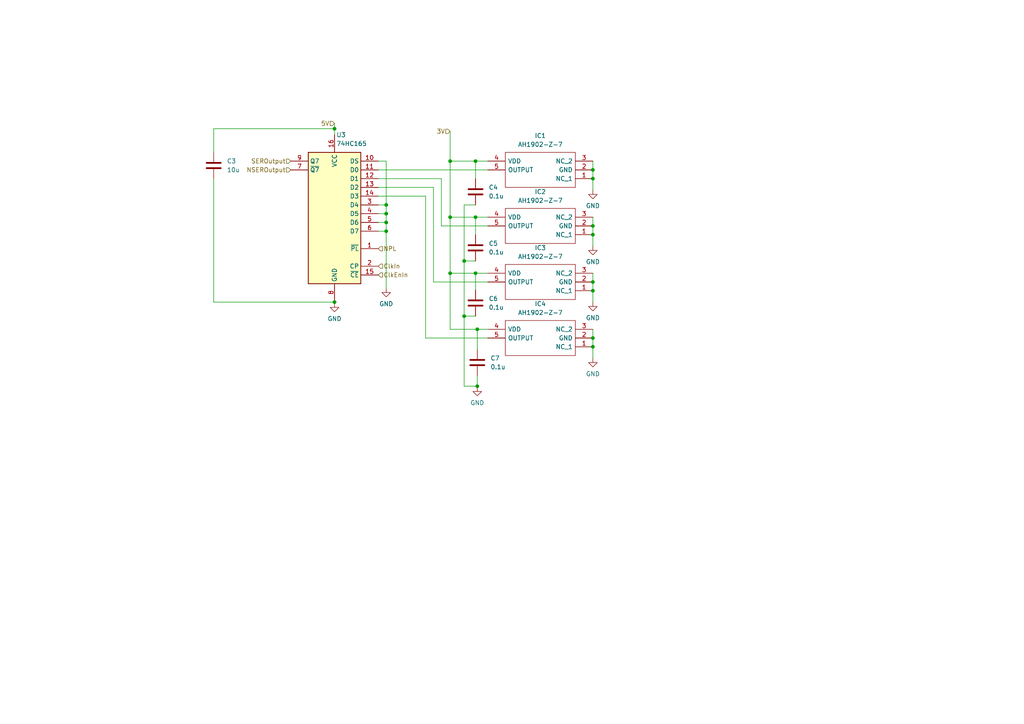
<source format=kicad_sch>
(kicad_sch (version 20211123) (generator eeschema)
  (paper "A4")
  (title_block (title "Rowdy Test Board") (date "2022-06-26") (company "Rowdy Chess") (comment 1 "Authors: Daniel Jones, David Newton, Mishay Naidoo"))
  (lib_symbols
    (symbol "74xx:74HC165"
      (property "Reference" "U" (at -7.62 19.05 0))
      (property "Value" "74HC165" (at -7.62 -21.59 0))
      (symbol "74HC165_1_0"
        (pin input line (at -12.7 -10.16 0) (length 5.08) (name "~{PL}") (number "1"))
        (pin input line (at -12.7 15.24 0) (length 5.08) (name "DS") (number "10"))
        (pin input line (at -12.7 12.7 0) (length 5.08) (name "D0") (number "11"))
        (pin input line (at -12.7 10.16 0) (length 5.08) (name "D1") (number "12"))
        (pin input line (at -12.7 7.62 0) (length 5.08) (name "D2") (number "13"))
        (pin input line (at -12.7 5.08 0) (length 5.08) (name "D3") (number "14"))
        (pin input line (at -12.7 -17.78 0) (length 5.08) (name "~{CE}") (number "15"))
        (pin power_in line (at 0 22.86 270) (length 5.08) (name "VCC") (number "16"))
        (pin input line (at -12.7 -15.24 0) (length 5.08) (name "CP") (number "2"))
        (pin input line (at -12.7 2.54 0) (length 5.08) (name "D4") (number "3"))
        (pin input line (at -12.7 0 0) (length 5.08) (name "D5") (number "4"))
        (pin input line (at -12.7 -2.54 0) (length 5.08) (name "D6") (number "5"))
        (pin input line (at -12.7 -5.08 0) (length 5.08) (name "D7") (number "6"))
        (pin output line (at 12.7 12.7 180) (length 5.08) (name "~{Q7}") (number "7"))
        (pin power_in line (at 0 -25.4 90) (length 5.08) (name "GND") (number "8"))
        (pin output line (at 12.7 15.24 180) (length 5.08) (name "Q7") (number "9"))
      )
      (symbol "74HC165_1_1"
        (rectangle (start -7.62 17.78) (end 7.62 -20.32) (stroke (width 0.254)) (fill (type background)))
      )
    )
    (symbol "AH1902-Z-7:AH1902-Z-7" (pin_names (offset 0.762))
      (property "Reference" "IC" (at 26.67 7.62 0))
      (property "Value" "AH1902-Z-7" (at 26.67 5.08 0))
      (symbol "AH1902-Z-7_0_0"
        (pin passive line (at 30.48 -5.08 180) (length 5.08) (name "NC_1") (number "1"))
        (pin passive line (at 30.48 -2.54 180) (length 5.08) (name "GND") (number "2"))
        (pin passive line (at 30.48 0 180) (length 5.08) (name "NC_2") (number "3"))
        (pin passive line (at 0 0 0) (length 5.08) (name "VDD") (number "4"))
        (pin passive line (at 0 -2.54 0) (length 5.08) (name "OUTPUT") (number "5"))
      )
      (symbol "AH1902-Z-7_0_1"
        (polyline (pts (xy 5.08 2.54) (xy 25.4 2.54) (xy 25.4 -7.62) (xy 5.08 -7.62) (xy 5.08 2.54)) (stroke (width 0.1524)))
      )
    )
    (symbol "Device:C" (pin_numbers hide) (pin_names (offset 0.254))
      (property "Reference" "C" (at 0.635 2.54 0))
      (property "Value" "C" (at 0.635 -2.54 0))
      (symbol "C_0_1"
        (polyline (pts (xy -2.032 -0.762) (xy 2.032 -0.762)) (stroke (width 0.508)))
        (polyline (pts (xy -2.032 0.762) (xy 2.032 0.762)) (stroke (width 0.508)))
      )
      (symbol "C_1_1"
        (pin passive line (at 0 3.81 270) (length 2.794) (name "~") (number "1"))
        (pin passive line (at 0 -3.81 90) (length 2.794) (name "~") (number "2"))
      )
    )
    (symbol "power:GND" (power) (pin_names (offset 0))
      (property "Value" "GND" (at 0 -3.81 0))
      (symbol "GND_0_1"
        (polyline (pts (xy 0 0) (xy 0 -1.27) (xy 1.27 -1.27) (xy 0 -2.54) (xy -1.27 -1.27) (xy 0 -1.27)))
      )
      (symbol "GND_1_1"
        (pin power_in line (at 0 0 270) (length 0) hide (name "GND") (number "1"))
      )
    )
  )
  (junction (at 134.62 75.692))
  (junction (at 112.014 59.436))
  (junction (at 112.014 67.056))
  (junction (at 97.028 37.338))
  (junction (at 171.958 98.044))
  (junction (at 171.958 65.532))
  (junction (at 130.556 62.992))
  (junction (at 112.014 64.516))
  (junction (at 171.958 51.816))
  (junction (at 171.958 100.584))
  (junction (at 171.958 84.328))
  (junction (at 171.958 81.788))
  (junction (at 138.43 112.014))
  (junction (at 112.014 61.976))
  (junction (at 171.958 68.072))
  (junction (at 171.958 49.276))
  (junction (at 97.028 87.63))
  (junction (at 138.43 95.504))
  (junction (at 130.556 79.248))
  (junction (at 137.922 62.992))
  (junction (at 134.62 91.694))
  (junction (at 137.922 46.736))
  (junction (at 130.556 46.736))
  (junction (at 137.922 79.248))
  (wire (pts (xy 109.728 54.356) (xy 125.73 54.356)))
  (wire (pts (xy 109.728 49.276) (xy 141.478 49.276)))
  (wire (pts (xy 134.62 75.692) (xy 137.922 75.692)))
  (wire (pts (xy 109.728 56.896) (xy 123.444 56.896)))
  (wire (pts (xy 171.958 49.276) (xy 171.958 51.816)))
  (wire (pts (xy 137.922 62.992) (xy 141.478 62.992)))
  (wire (pts (xy 109.728 46.736) (xy 112.014 46.736)))
  (wire (pts (xy 134.62 112.014) (xy 138.43 112.014)))
  (wire (pts (xy 137.922 79.248) (xy 141.478 79.248)))
  (wire (pts (xy 128.016 65.532) (xy 141.478 65.532)))
  (wire (pts (xy 130.556 79.248) (xy 130.556 95.504)))
  (wire (pts (xy 138.43 112.014) (xy 138.43 112.268)))
  (wire (pts (xy 112.014 61.976) (xy 112.014 64.516)))
  (wire (pts (xy 171.958 95.504) (xy 171.958 98.044)))
  (wire (pts (xy 109.728 59.436) (xy 112.014 59.436)))
  (wire (pts (xy 171.958 84.328) (xy 171.958 87.63)))
  (wire (pts (xy 171.958 51.816) (xy 171.958 55.118)))
  (wire (pts (xy 61.976 37.338) (xy 61.976 44.196)))
  (wire (pts (xy 112.014 46.736) (xy 112.014 59.436)))
  (wire (pts (xy 97.028 35.814) (xy 97.028 37.338)))
  (wire (pts (xy 109.728 51.816) (xy 128.016 51.816)))
  (wire (pts (xy 134.62 59.436) (xy 134.62 75.692)))
  (wire (pts (xy 137.922 79.248) (xy 137.922 84.074)))
  (wire (pts (xy 134.62 75.692) (xy 134.62 91.694)))
  (wire (pts (xy 97.028 87.63) (xy 97.028 87.884)))
  (wire (pts (xy 171.958 68.072) (xy 171.958 71.374)))
  (wire (pts (xy 109.728 64.516) (xy 112.014 64.516)))
  (wire (pts (xy 125.73 81.788) (xy 141.478 81.788)))
  (wire (pts (xy 130.556 62.992) (xy 137.922 62.992)))
  (wire (pts (xy 123.444 56.896) (xy 123.444 98.044)))
  (wire (pts (xy 171.958 79.248) (xy 171.958 81.788)))
  (wire (pts (xy 97.028 37.338) (xy 97.028 39.116)))
  (wire (pts (xy 171.958 100.584) (xy 171.958 103.886)))
  (wire (pts (xy 128.016 51.816) (xy 128.016 65.532)))
  (wire (pts (xy 138.43 108.966) (xy 138.43 112.014)))
  (wire (pts (xy 109.728 67.056) (xy 112.014 67.056)))
  (wire (pts (xy 171.958 81.788) (xy 171.958 84.328)))
  (wire (pts (xy 123.444 98.044) (xy 141.478 98.044)))
  (wire (pts (xy 130.556 38.1) (xy 130.556 46.736)))
  (wire (pts (xy 171.958 62.992) (xy 171.958 65.532)))
  (wire (pts (xy 138.43 95.504) (xy 141.478 95.504)))
  (wire (pts (xy 137.922 46.736) (xy 137.922 51.816)))
  (wire (pts (xy 97.028 87.376) (xy 97.028 87.63)))
  (wire (pts (xy 137.922 59.436) (xy 134.62 59.436)))
  (wire (pts (xy 171.958 98.044) (xy 171.958 100.584)))
  (wire (pts (xy 112.014 59.436) (xy 112.014 61.976)))
  (wire (pts (xy 171.958 65.532) (xy 171.958 68.072)))
  (wire (pts (xy 112.014 64.516) (xy 112.014 67.056)))
  (wire (pts (xy 134.62 91.694) (xy 137.922 91.694)))
  (wire (pts (xy 137.922 62.992) (xy 137.922 68.072)))
  (wire (pts (xy 134.62 91.694) (xy 134.62 112.014)))
  (wire (pts (xy 130.556 46.736) (xy 137.922 46.736)))
  (wire (pts (xy 130.556 62.992) (xy 130.556 79.248)))
  (wire (pts (xy 130.556 95.504) (xy 138.43 95.504)))
  (wire (pts (xy 171.958 46.736) (xy 171.958 49.276)))
  (wire (pts (xy 125.73 54.356) (xy 125.73 81.788)))
  (wire (pts (xy 138.43 95.504) (xy 138.43 101.346)))
  (wire (pts (xy 137.922 46.736) (xy 141.478 46.736)))
  (wire (pts (xy 130.556 79.248) (xy 137.922 79.248)))
  (wire (pts (xy 109.728 61.976) (xy 112.014 61.976)))
  (wire (pts (xy 112.014 67.056) (xy 112.014 83.566)))
  (wire (pts (xy 97.028 37.338) (xy 61.976 37.338)))
  (wire (pts (xy 61.976 87.63) (xy 97.028 87.63)))
  (wire (pts (xy 130.556 46.736) (xy 130.556 62.992)))
  (wire (pts (xy 61.976 51.816) (xy 61.976 87.63)))
  (hierarchical_label "NSEROutput" (shape input) (at 84.328 49.276 180))
  (hierarchical_label "SEROutput" (shape input) (at 84.328 46.736 180))
  (hierarchical_label "3V" (shape input) (at 130.556 38.1 180))
  (hierarchical_label "NPL" (shape input) (at 109.728 72.136 0))
  (hierarchical_label "5V" (shape input) (at 97.028 35.814 180))
  (hierarchical_label "ClkEnIn" (shape input) (at 109.728 79.756 0))
  (hierarchical_label "ClkIn" (shape input) (at 109.728 77.216 0))
  (symbol (lib_id "Device:C") (at 138.43 105.156 0) (unit 1)
    (property "Reference" "C7" (at 142.24 103.8859 0) (effects (justify left)))
    (property "Value" "0.1u" (at 142.24 106.4259 0) (effects (justify left)))
    (property "Footprint" "Capacitor_SMD:C_0402_1005Metric" (effects hide))
    (property "Datasheet" "https://datasheet.lcsc.com/lcsc/1810191219_Samsung-Electro-Mechanics-CL05B104KO5NNNC_C1525.pdf" (effects hide))
    (property "JLC Part Number" "C1525" (effects hide))
  )
  (symbol (lib_id "power:GND") (at 112.014 83.566 0) (unit 1)
    (property "Reference" "#PWR015" (effects hide))
    (property "Value" "GND" (at 112.014 88.138 0))
  )
  (symbol (lib_id "74xx:74HC165") (at 97.028 61.976 0) (mirror y) (unit 1)
    (property "Reference" "U3" (at 97.5486 39.116 0) (effects (justify right)))
    (property "Value" "74HC165" (at 97.5486 41.656 0) (effects (justify right)))
    (property "Footprint" "74HC165:SO-16" (effects hide))
    (property "Datasheet" "https://datasheet.lcsc.com/lcsc/1811021715_Nexperia-74HC165D-653_C5613.pdf" (effects hide))
    (property "JLC Part Number" "C5613" (effects hide))
  )
  (symbol (lib_id "AH1902-Z-7:AH1902-Z-7") (at 141.478 62.992 0) (unit 1)
    (property "Reference" "IC2" (at 156.718 55.626 0))
    (property "Value" "AH1902-Z-7" (at 156.718 58.166 0))
    (property "Footprint" "HallSensor:AH1902Z7" (effects hide))
    (property "Datasheet" "https://componentsearchengine.com/Datasheets/1/AH1902-Z-7.pdf" (effects hide))
    (property "Description" "Board Mount Hall Effect / Magnetic Sensors Omni Hall-Effect 1.6V to 3.6V 4.3uA" (effects hide))
    (property "Height" "0.62" (effects hide))
    (property "Manufacturer_Name" "Diodes Inc." (effects hide))
    (property "Manufacturer_Part_Number" "AH1902-Z-7" (effects hide))
    (property "Mouser Part Number" "621-AH1902-Z-7" (effects hide))
    (property "Mouser Price/Stock" "https://www.mouser.com/Search/Refine.aspx?Keyword=621-AH1902-Z-7" (effects hide))
    (property "JLC Part Number" "C239188" (effects hide))
  )
  (symbol (lib_id "Device:C") (at 137.922 55.626 0) (unit 1)
    (property "Reference" "C4" (at 141.732 54.3559 0) (effects (justify left)))
    (property "Value" "0.1u" (at 141.732 56.8959 0) (effects (justify left)))
    (property "Footprint" "Capacitor_SMD:C_0402_1005Metric" (effects hide))
    (property "Datasheet" "https://datasheet.lcsc.com/lcsc/1810191219_Samsung-Electro-Mechanics-CL05B104KO5NNNC_C1525.pdf" (effects hide))
    (property "JLC Part Number" "C1525" (effects hide))
  )
  (symbol (lib_id "power:GND") (at 97.028 87.884 0) (unit 1)
    (property "Reference" "#PWR014" (effects hide))
    (property "Value" "GND" (at 97.028 92.456 0))
  )
  (symbol (lib_id "Device:C") (at 137.922 87.884 0) (unit 1)
    (property "Reference" "C6" (at 141.732 86.6139 0) (effects (justify left)))
    (property "Value" "0.1u" (at 141.732 89.1539 0) (effects (justify left)))
    (property "Footprint" "Capacitor_SMD:C_0402_1005Metric" (effects hide))
    (property "Datasheet" "https://datasheet.lcsc.com/lcsc/1810191219_Samsung-Electro-Mechanics-CL05B104KO5NNNC_C1525.pdf" (effects hide))
    (property "JLC Part Number" "C1525" (effects hide))
  )
  (symbol (lib_id "AH1902-Z-7:AH1902-Z-7") (at 141.478 95.504 0) (unit 1)
    (property "Reference" "IC4" (at 156.718 88.138 0))
    (property "Value" "AH1902-Z-7" (at 156.718 90.678 0))
    (property "Footprint" "HallSensor:AH1902Z7" (effects hide))
    (property "Datasheet" "https://componentsearchengine.com/Datasheets/1/AH1902-Z-7.pdf" (effects hide))
    (property "Description" "Board Mount Hall Effect / Magnetic Sensors Omni Hall-Effect 1.6V to 3.6V 4.3uA" (effects hide))
    (property "Height" "0.62" (effects hide))
    (property "Manufacturer_Name" "Diodes Inc." (effects hide))
    (property "Manufacturer_Part_Number" "AH1902-Z-7" (effects hide))
    (property "Mouser Part Number" "621-AH1902-Z-7" (effects hide))
    (property "Mouser Price/Stock" "https://www.mouser.com/Search/Refine.aspx?Keyword=621-AH1902-Z-7" (effects hide))
    (property "JLC Part Number" "C239188" (effects hide))
  )
  (symbol (lib_id "Device:C") (at 61.976 48.006 0) (unit 1)
    (property "Reference" "C3" (at 65.786 46.7359 0) (effects (justify left)))
    (property "Value" "10u" (at 65.786 49.2759 0) (effects (justify left)))
    (property "Footprint" "Capacitor_SMD:C_0805_2012Metric" (effects hide))
    (property "Datasheet" "https://datasheet.lcsc.com/lcsc/1811121310_Samsung-Electro-Mechanics-CL21A106KAYNNNE_C15850.pdf" (effects hide))
    (property "JLC Part Number" "C15850" (effects hide))
  )
  (symbol (lib_id "power:GND") (at 171.958 71.374 0) (unit 1)
    (property "Reference" "#PWR018" (effects hide))
    (property "Value" "GND" (at 171.958 75.946 0))
  )
  (symbol (lib_id "AH1902-Z-7:AH1902-Z-7") (at 141.478 79.248 0) (unit 1)
    (property "Reference" "IC3" (at 156.718 71.882 0))
    (property "Value" "AH1902-Z-7" (at 156.718 74.422 0))
    (property "Footprint" "HallSensor:AH1902Z7" (effects hide))
    (property "Datasheet" "https://componentsearchengine.com/Datasheets/1/AH1902-Z-7.pdf" (effects hide))
    (property "Description" "Board Mount Hall Effect / Magnetic Sensors Omni Hall-Effect 1.6V to 3.6V 4.3uA" (effects hide))
    (property "Height" "0.62" (effects hide))
    (property "Manufacturer_Name" "Diodes Inc." (effects hide))
    (property "Manufacturer_Part_Number" "AH1902-Z-7" (effects hide))
    (property "Mouser Part Number" "621-AH1902-Z-7" (effects hide))
    (property "Mouser Price/Stock" "https://www.mouser.com/Search/Refine.aspx?Keyword=621-AH1902-Z-7" (effects hide))
    (property "JLC Part Number" "C239188" (effects hide))
  )
  (symbol (lib_id "power:GND") (at 171.958 55.118 0) (unit 1)
    (property "Reference" "#PWR017" (effects hide))
    (property "Value" "GND" (at 171.958 59.69 0))
  )
  (symbol (lib_id "power:GND") (at 171.958 103.886 0) (unit 1)
    (property "Reference" "#PWR020" (effects hide))
    (property "Value" "GND" (at 171.958 108.458 0))
  )
  (symbol (lib_id "Device:C") (at 137.922 71.882 0) (unit 1)
    (property "Reference" "C5" (at 141.732 70.6119 0) (effects (justify left)))
    (property "Value" "0.1u" (at 141.732 73.1519 0) (effects (justify left)))
    (property "Footprint" "Capacitor_SMD:C_0402_1005Metric" (effects hide))
    (property "Datasheet" "https://datasheet.lcsc.com/lcsc/1810191219_Samsung-Electro-Mechanics-CL05B104KO5NNNC_C1525.pdf" (effects hide))
    (property "JLC Part Number" "C1525" (effects hide))
  )
  (symbol (lib_id "power:GND") (at 138.43 112.268 0) (unit 1)
    (property "Reference" "#PWR016" (effects hide))
    (property "Value" "GND" (at 138.43 116.84 0))
  )
  (symbol (lib_id "power:GND") (at 171.958 87.63 0) (unit 1)
    (property "Reference" "#PWR019" (effects hide))
    (property "Value" "GND" (at 171.958 92.202 0))
  )
  (symbol (lib_id "AH1902-Z-7:AH1902-Z-7") (at 141.478 46.736 0) (unit 1)
    (property "Reference" "IC1" (at 156.718 39.37 0))
    (property "Value" "AH1902-Z-7" (at 156.718 41.91 0))
    (property "Footprint" "HallSensor:AH1902Z7" (effects hide))
    (property "Datasheet" "https://componentsearchengine.com/Datasheets/1/AH1902-Z-7.pdf" (effects hide))
    (property "Description" "Board Mount Hall Effect / Magnetic Sensors Omni Hall-Effect 1.6V to 3.6V 4.3uA" (effects hide))
    (property "Height" "0.62" (effects hide))
    (property "Manufacturer_Name" "Diodes Inc." (effects hide))
    (property "Manufacturer_Part_Number" "AH1902-Z-7" (effects hide))
    (property "Mouser Part Number" "621-AH1902-Z-7" (effects hide))
    (property "Mouser Price/Stock" "https://www.mouser.com/Search/Refine.aspx?Keyword=621-AH1902-Z-7" (effects hide))
    (property "JLC Part Number" "C239188" (effects hide))
  )
)
</source>
